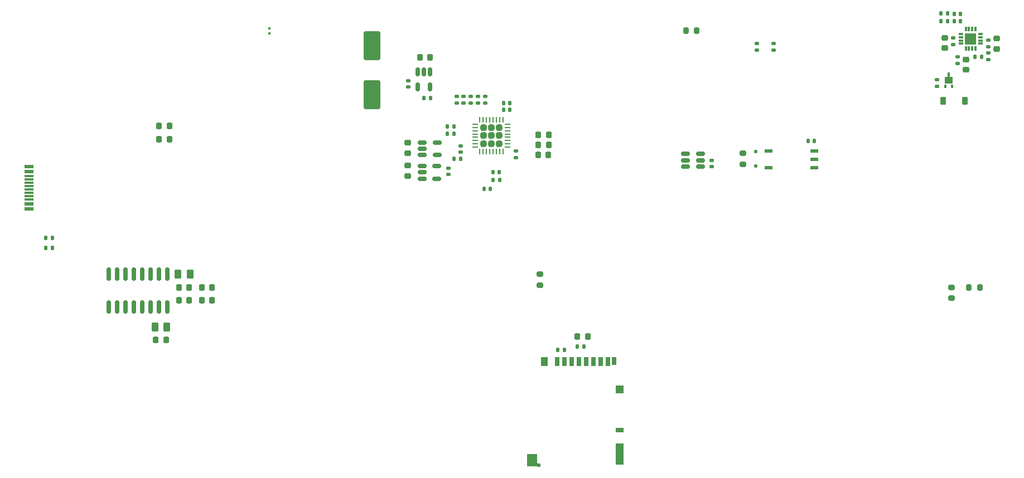
<source format=gtp>
%TF.GenerationSoftware,KiCad,Pcbnew,9.0.1*%
%TF.CreationDate,2026-02-21T23:53:56+05:00*%
%TF.ProjectId,toern_revF,746f6572-6e5f-4726-9576-462e6b696361,rev?*%
%TF.SameCoordinates,Original*%
%TF.FileFunction,Paste,Top*%
%TF.FilePolarity,Positive*%
%FSLAX46Y46*%
G04 Gerber Fmt 4.6, Leading zero omitted, Abs format (unit mm)*
G04 Created by KiCad (PCBNEW 9.0.1) date 2026-02-21 23:53:56*
%MOMM*%
%LPD*%
G01*
G04 APERTURE LIST*
G04 Aperture macros list*
%AMRoundRect*
0 Rectangle with rounded corners*
0 $1 Rounding radius*
0 $2 $3 $4 $5 $6 $7 $8 $9 X,Y pos of 4 corners*
0 Add a 4 corners polygon primitive as box body*
4,1,4,$2,$3,$4,$5,$6,$7,$8,$9,$2,$3,0*
0 Add four circle primitives for the rounded corners*
1,1,$1+$1,$2,$3*
1,1,$1+$1,$4,$5*
1,1,$1+$1,$6,$7*
1,1,$1+$1,$8,$9*
0 Add four rect primitives between the rounded corners*
20,1,$1+$1,$2,$3,$4,$5,0*
20,1,$1+$1,$4,$5,$6,$7,0*
20,1,$1+$1,$6,$7,$8,$9,0*
20,1,$1+$1,$8,$9,$2,$3,0*%
%AMRotRect*
0 Rectangle, with rotation*
0 The origin of the aperture is its center*
0 $1 length*
0 $2 width*
0 $3 Rotation angle, in degrees counterclockwise*
0 Add horizontal line*
21,1,$1,$2,0,0,$3*%
G04 Aperture macros list end*
%ADD10R,1.300000X1.000000*%
%ADD11R,0.310000X0.650000*%
%ADD12R,0.310000X0.500000*%
%ADD13R,0.800000X0.300000*%
%ADD14R,0.300000X0.800000*%
%ADD15R,1.800000X1.800000*%
%ADD16RoundRect,0.135000X-0.185000X0.135000X-0.185000X-0.135000X0.185000X-0.135000X0.185000X0.135000X0*%
%ADD17RoundRect,0.225000X0.225000X0.375000X-0.225000X0.375000X-0.225000X-0.375000X0.225000X-0.375000X0*%
%ADD18RoundRect,0.140000X-0.140000X-0.170000X0.140000X-0.170000X0.140000X0.170000X-0.140000X0.170000X0*%
%ADD19RoundRect,0.200000X-0.275000X0.200000X-0.275000X-0.200000X0.275000X-0.200000X0.275000X0.200000X0*%
%ADD20RoundRect,0.225000X-0.250000X0.225000X-0.250000X-0.225000X0.250000X-0.225000X0.250000X0.225000X0*%
%ADD21RoundRect,0.140000X0.170000X-0.140000X0.170000X0.140000X-0.170000X0.140000X-0.170000X-0.140000X0*%
%ADD22RoundRect,0.135000X-0.135000X-0.185000X0.135000X-0.185000X0.135000X0.185000X-0.135000X0.185000X0*%
%ADD23RoundRect,0.225000X0.225000X0.250000X-0.225000X0.250000X-0.225000X-0.250000X0.225000X-0.250000X0*%
%ADD24R,1.450000X0.600000*%
%ADD25R,1.450000X0.300000*%
%ADD26RoundRect,0.140000X0.140000X0.170000X-0.140000X0.170000X-0.140000X-0.170000X0.140000X-0.170000X0*%
%ADD27RoundRect,0.140000X-0.170000X0.140000X-0.170000X-0.140000X0.170000X-0.140000X0.170000X0.140000X0*%
%ADD28RoundRect,0.150000X-0.512500X-0.150000X0.512500X-0.150000X0.512500X0.150000X-0.512500X0.150000X0*%
%ADD29RoundRect,0.225000X-0.225000X-0.250000X0.225000X-0.250000X0.225000X0.250000X-0.225000X0.250000X0*%
%ADD30RoundRect,0.079500X-0.100500X0.079500X-0.100500X-0.079500X0.100500X-0.079500X0.100500X0.079500X0*%
%ADD31RoundRect,0.147500X0.147500X0.172500X-0.147500X0.172500X-0.147500X-0.172500X0.147500X-0.172500X0*%
%ADD32R,1.208024X0.466344*%
%ADD33RoundRect,0.250000X0.262500X0.450000X-0.262500X0.450000X-0.262500X-0.450000X0.262500X-0.450000X0*%
%ADD34RoundRect,0.150000X-0.150000X0.512500X-0.150000X-0.512500X0.150000X-0.512500X0.150000X0.512500X0*%
%ADD35RoundRect,0.200000X-0.200000X-0.275000X0.200000X-0.275000X0.200000X0.275000X-0.200000X0.275000X0*%
%ADD36RoundRect,0.250000X-1.000000X1.950000X-1.000000X-1.950000X1.000000X-1.950000X1.000000X1.950000X0*%
%ADD37RoundRect,0.135000X0.135000X0.185000X-0.135000X0.185000X-0.135000X-0.185000X0.135000X-0.185000X0*%
%ADD38RoundRect,0.150000X0.150000X-0.825000X0.150000X0.825000X-0.150000X0.825000X-0.150000X-0.825000X0*%
%ADD39RoundRect,0.125000X-0.125000X0.125000X-0.125000X-0.125000X0.125000X-0.125000X0.125000X0.125000X0*%
%ADD40RoundRect,0.242500X0.242500X-0.242500X0.242500X0.242500X-0.242500X0.242500X-0.242500X-0.242500X0*%
%ADD41RoundRect,0.062500X0.062500X-0.337500X0.062500X0.337500X-0.062500X0.337500X-0.062500X-0.337500X0*%
%ADD42RoundRect,0.062500X0.337500X-0.062500X0.337500X0.062500X-0.337500X0.062500X-0.337500X-0.062500X0*%
%ADD43R,0.700000X1.400000*%
%ADD44R,0.700000X1.200000*%
%ADD45R,1.200000X0.800000*%
%ADD46R,1.500000X1.900000*%
%ADD47RotRect,0.200000X0.200000X45.000000*%
%ADD48R,0.500000X0.500000*%
%ADD49R,1.000000X1.400000*%
%ADD50R,1.200000X1.200000*%
%ADD51R,1.200000X3.200000*%
%ADD52RoundRect,0.135000X0.185000X-0.135000X0.185000X0.135000X-0.185000X0.135000X-0.185000X-0.135000X0*%
G04 APERTURE END LIST*
D10*
X177575000Y-36525000D03*
D11*
X177575000Y-35700000D03*
D12*
X178075000Y-37425000D03*
X177075000Y-37425000D03*
D13*
X182425000Y-30975000D03*
X182425000Y-30475000D03*
X182425000Y-29975000D03*
X182425000Y-29475000D03*
D14*
X181675000Y-28725000D03*
X181175000Y-28725000D03*
X180675000Y-28725000D03*
X180175000Y-28725000D03*
D13*
X179425000Y-29475000D03*
X179425000Y-29975000D03*
X179425000Y-30475000D03*
X179425000Y-30975000D03*
D14*
X180175000Y-31725000D03*
X180675000Y-31725000D03*
X181175000Y-31725000D03*
X181675000Y-31725000D03*
D15*
X180925000Y-30225000D03*
D16*
X175775000Y-36415000D03*
X175775000Y-37435000D03*
D17*
X180050000Y-39625000D03*
X176750000Y-39625000D03*
D16*
X151000000Y-30902500D03*
X151000000Y-31922500D03*
D18*
X102500000Y-48500000D03*
X103460000Y-48500000D03*
D19*
X115500000Y-66000000D03*
X115500000Y-67650000D03*
D20*
X184875000Y-30200000D03*
X184875000Y-31750000D03*
D21*
X95565000Y-37552500D03*
X95565000Y-36592500D03*
D22*
X101480000Y-43540000D03*
X102500000Y-43540000D03*
D23*
X59275000Y-43500000D03*
X57725000Y-43500000D03*
D19*
X178000000Y-68000000D03*
X178000000Y-69650000D03*
D23*
X116830000Y-47850000D03*
X115280000Y-47850000D03*
D24*
X37995000Y-49610000D03*
X37995000Y-50410000D03*
D25*
X37995000Y-51610000D03*
X37995000Y-52610000D03*
X37995000Y-53110000D03*
X37995000Y-54110000D03*
D24*
X37995000Y-55310000D03*
X37995000Y-56110000D03*
X37995000Y-56110000D03*
X37995000Y-55310000D03*
D25*
X37995000Y-54610000D03*
X37995000Y-53610000D03*
X37995000Y-52110000D03*
X37995000Y-51110000D03*
D24*
X37995000Y-50410000D03*
X37995000Y-49610000D03*
D16*
X103920000Y-39000000D03*
X103920000Y-40020000D03*
D22*
X101480000Y-44680000D03*
X102500000Y-44680000D03*
D26*
X122180000Y-77020000D03*
X121220000Y-77020000D03*
D27*
X101617500Y-49910000D03*
X101617500Y-50870000D03*
D28*
X137632500Y-47740000D03*
X137632500Y-48690000D03*
X137632500Y-49640000D03*
X139907500Y-49640000D03*
X139907500Y-48690000D03*
X139907500Y-47740000D03*
D16*
X183600000Y-32390000D03*
X183600000Y-33410000D03*
D18*
X110020000Y-40000000D03*
X110980000Y-40000000D03*
D28*
X97620920Y-49585520D03*
X97620920Y-50535520D03*
X97620920Y-51485520D03*
X99895920Y-51485520D03*
X99895920Y-49585520D03*
D23*
X116845000Y-46310000D03*
X115295000Y-46310000D03*
D27*
X178275000Y-30125000D03*
X178275000Y-31085000D03*
D16*
X183575000Y-30390000D03*
X183575000Y-31410000D03*
D29*
X121225000Y-75500000D03*
X122775000Y-75500000D03*
D30*
X74500000Y-28695000D03*
X74500000Y-29385000D03*
D31*
X179360000Y-27550000D03*
X178390000Y-27550000D03*
D16*
X106140000Y-39000000D03*
X106140000Y-40020000D03*
D32*
X150276600Y-47320000D03*
X150276600Y-49860000D03*
X157160000Y-49860000D03*
X157160000Y-48590000D03*
X157160000Y-47320000D03*
D16*
X107230000Y-39000000D03*
X107230000Y-40020000D03*
D27*
X111900000Y-47320000D03*
X111900000Y-48280000D03*
D18*
X156210000Y-45760000D03*
X157170000Y-45760000D03*
D22*
X181590000Y-32950000D03*
X182610000Y-32950000D03*
X40500000Y-60500000D03*
X41520000Y-60500000D03*
D33*
X58912500Y-74000000D03*
X57087500Y-74000000D03*
D34*
X98880000Y-35285000D03*
X97930000Y-35285000D03*
X96980000Y-35285000D03*
X96980000Y-37560000D03*
X98880000Y-37560000D03*
D35*
X180675000Y-68000000D03*
X182325000Y-68000000D03*
D22*
X40500000Y-62000000D03*
X41520000Y-62000000D03*
D36*
X90000000Y-31300000D03*
X90000000Y-38700000D03*
D23*
X116840000Y-44790000D03*
X115290000Y-44790000D03*
D29*
X60725000Y-70000000D03*
X62275000Y-70000000D03*
D20*
X95450000Y-46050000D03*
X95450000Y-47600000D03*
D23*
X62275000Y-68000000D03*
X60725000Y-68000000D03*
X59275000Y-45500000D03*
X57725000Y-45500000D03*
D37*
X119240000Y-77500000D03*
X118220000Y-77500000D03*
D31*
X179360000Y-26425000D03*
X178390000Y-26425000D03*
D37*
X177385000Y-27550000D03*
X176365000Y-27550000D03*
D27*
X141567500Y-48690000D03*
X141567500Y-49650000D03*
D38*
X50110000Y-70950000D03*
X51380000Y-70950000D03*
X52650000Y-70950000D03*
X53920000Y-70950000D03*
X55190000Y-70950000D03*
X56460000Y-70950000D03*
X57730000Y-70950000D03*
X59000000Y-70950000D03*
X59000000Y-66000000D03*
X57730000Y-66000000D03*
X56460000Y-66000000D03*
X55190000Y-66000000D03*
X53920000Y-66000000D03*
X52650000Y-66000000D03*
X51380000Y-66000000D03*
X50110000Y-66000000D03*
D16*
X102870000Y-39000000D03*
X102870000Y-40020000D03*
D28*
X97632500Y-46000000D03*
X97632500Y-46950000D03*
X97632500Y-47900000D03*
X99907500Y-47900000D03*
X99907500Y-46000000D03*
D16*
X105050000Y-39000000D03*
X105050000Y-40020000D03*
D39*
X148276528Y-47347164D03*
X148276528Y-49547164D03*
D23*
X65775000Y-70000000D03*
X64225000Y-70000000D03*
D16*
X178950000Y-32990000D03*
X178950000Y-34010000D03*
D29*
X57225000Y-76000000D03*
X58775000Y-76000000D03*
D23*
X98880000Y-33022500D03*
X97330000Y-33022500D03*
D20*
X95443778Y-49508225D03*
X95443778Y-51058225D03*
D40*
X106960000Y-46150000D03*
X108160000Y-46150000D03*
X109360000Y-46150000D03*
X106960000Y-44950000D03*
X108160000Y-44950000D03*
X109360000Y-44950000D03*
X106960000Y-43750000D03*
X108160000Y-43750000D03*
X109360000Y-43750000D03*
D41*
X106410000Y-47400000D03*
X106910000Y-47400000D03*
X107410000Y-47400000D03*
X107910000Y-47400000D03*
X108410000Y-47400000D03*
X108910000Y-47400000D03*
X109410000Y-47400000D03*
X109910000Y-47400000D03*
D42*
X110610000Y-46700000D03*
X110610000Y-46200000D03*
X110610000Y-45700000D03*
X110610000Y-45200000D03*
X110610000Y-44700000D03*
X110610000Y-44200000D03*
X110610000Y-43700000D03*
X110610000Y-43200000D03*
D41*
X109910000Y-42500000D03*
X109410000Y-42500000D03*
X108910000Y-42500000D03*
X108410000Y-42500000D03*
X107910000Y-42500000D03*
X107410000Y-42500000D03*
X106910000Y-42500000D03*
X106410000Y-42500000D03*
D42*
X105710000Y-43200000D03*
X105710000Y-43700000D03*
X105710000Y-44200000D03*
X105710000Y-44700000D03*
X105710000Y-45200000D03*
X105710000Y-45700000D03*
X105710000Y-46200000D03*
X105710000Y-46700000D03*
D43*
X118125000Y-79300000D03*
X119225000Y-79300000D03*
X120325000Y-79300000D03*
X121425000Y-79300000D03*
X122525000Y-79300000D03*
X123625000Y-79300000D03*
X124725000Y-79300000D03*
X125825000Y-79300000D03*
D44*
X126775000Y-79200000D03*
D45*
X127625000Y-89700000D03*
D46*
X114325000Y-94300000D03*
D47*
X115075000Y-94750000D03*
D48*
X115325000Y-95000000D03*
D49*
X116225000Y-79300000D03*
D50*
X127625000Y-83500000D03*
D51*
X127625000Y-93300000D03*
D18*
X110020000Y-41000000D03*
X110980000Y-41000000D03*
D33*
X62412500Y-66000000D03*
X60587500Y-66000000D03*
D18*
X108400000Y-50520000D03*
X109360000Y-50520000D03*
D29*
X64225000Y-68000000D03*
X65775000Y-68000000D03*
D20*
X177000000Y-30100000D03*
X177000000Y-31650000D03*
D37*
X177385000Y-26400000D03*
X176365000Y-26400000D03*
D27*
X103500000Y-46500000D03*
X103500000Y-47460000D03*
D20*
X180200000Y-33400000D03*
X180200000Y-34950000D03*
D26*
X98895000Y-39232500D03*
X97935000Y-39232500D03*
D52*
X148500000Y-31922500D03*
X148500000Y-30902500D03*
D18*
X107040000Y-53000000D03*
X108000000Y-53000000D03*
D35*
X137675000Y-29000000D03*
X139325000Y-29000000D03*
D19*
X146340000Y-47635000D03*
X146340000Y-49285000D03*
D18*
X108440000Y-51680000D03*
X109400000Y-51680000D03*
M02*

</source>
